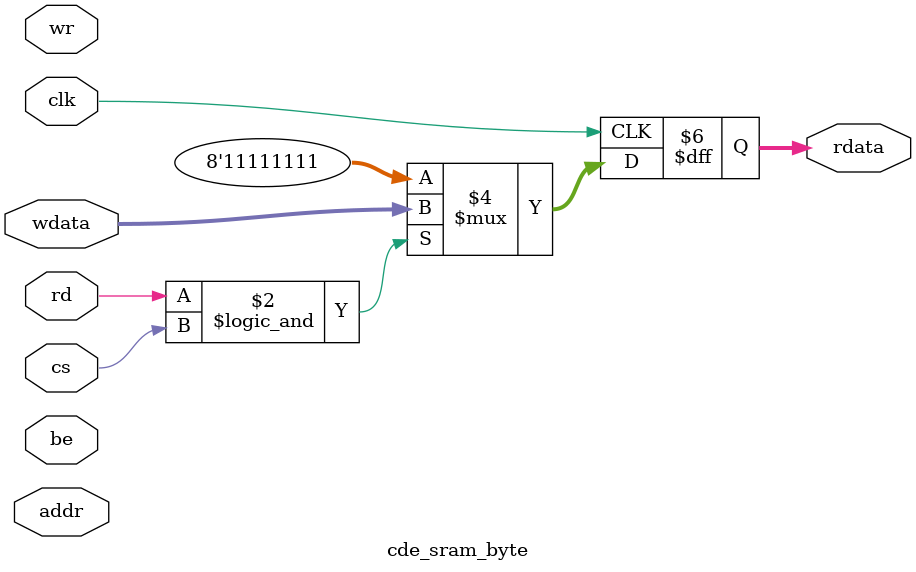
<source format=v>
 module 
  cde_sram_byte 
    #( parameter 
      ADDR=10,
      WORDS=1024,
      WRITETHRU=0
      )
     (
 input wire 		  clk,
 input wire 		  cs,
 input wire 		  be,
 input wire 		  rd,
 input wire 		  wr,
 input wire [ ADDR-1 : 0] addr,
 input wire [ 7 : 0] 	  wdata,
 output reg [ 7 : 0] 	  rdata);
  // Simple loop back for linting and code coverage
  always@(posedge clk)
        if( rd && cs ) rdata             <= wdata;
        else           rdata             <= 8'hff;
  endmodule

</source>
